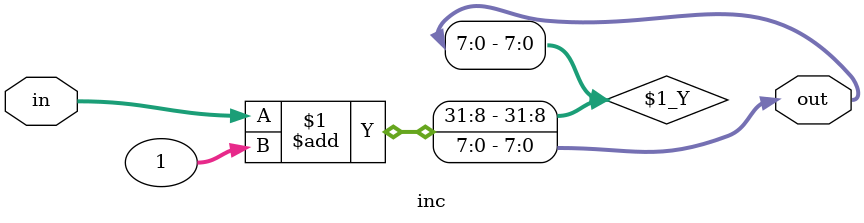
<source format=v>
module main();
  wire [39:0] data;
  integer     j;
  
  generate
    genvar   i;
    for (i = 0; i < 4; i = i + 1) begin
      inc u(data[(i+1)*8 - 1:i*8], data[(i+2)*8 - 1:(i+1)*8]);
    end
  endgenerate

  assign data[7:0] = 1;

  initial begin
    #1;
    $display(data[7:0]);
    $display(data[15:8]);
    $display(data[23:16]);
    $display(data[31:24]);
    $display(data[39:32]);
  end
endmodule // simple_gen

module inc(in, out);
  input [7:0] in;
  output [7:0] out;

  assign out = in + 1;
endmodule // inc

</source>
